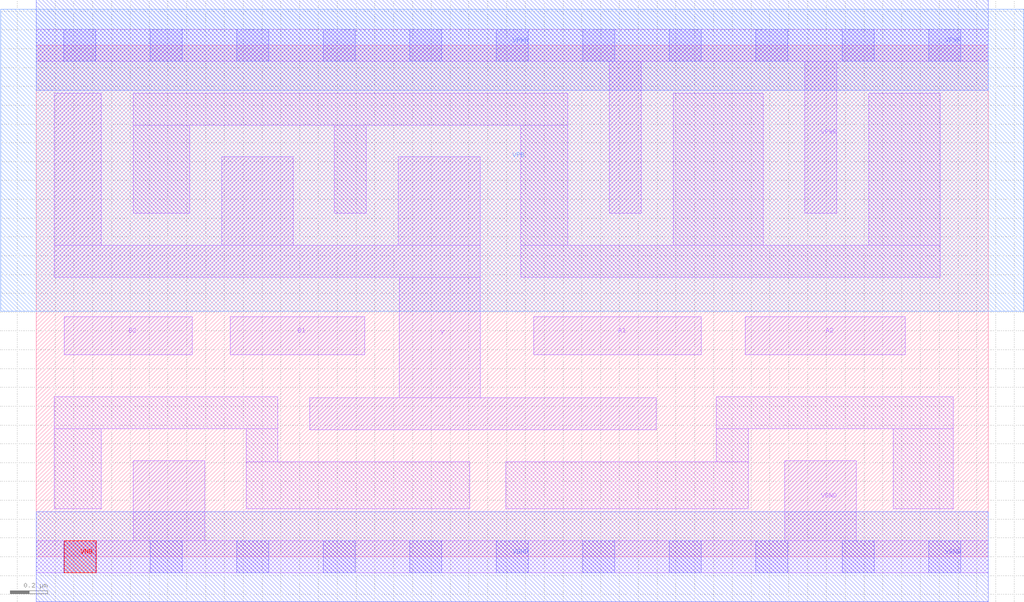
<source format=lef>
# Copyright 2020 The SkyWater PDK Authors
#
# Licensed under the Apache License, Version 2.0 (the "License");
# you may not use this file except in compliance with the License.
# You may obtain a copy of the License at
#
#     https://www.apache.org/licenses/LICENSE-2.0
#
# Unless required by applicable law or agreed to in writing, software
# distributed under the License is distributed on an "AS IS" BASIS,
# WITHOUT WARRANTIES OR CONDITIONS OF ANY KIND, either express or implied.
# See the License for the specific language governing permissions and
# limitations under the License.
#
# SPDX-License-Identifier: Apache-2.0

VERSION 5.7 ;
  NOWIREEXTENSIONATPIN ON ;
  DIVIDERCHAR "/" ;
  BUSBITCHARS "[]" ;
PROPERTYDEFINITIONS
  MACRO maskLayoutSubType STRING ;
  MACRO prCellType STRING ;
  MACRO originalViewName STRING ;
END PROPERTYDEFINITIONS
MACRO sky130_fd_sc_hdll__a22oi_2
  CLASS CORE ;
  FOREIGN sky130_fd_sc_hdll__a22oi_2 ;
  ORIGIN  0.000000  0.000000 ;
  SIZE  5.060000 BY  2.720000 ;
  SYMMETRY X Y R90 ;
  SITE unithd ;
  PIN A1
    ANTENNAGATEAREA  0.555000 ;
    DIRECTION INPUT ;
    USE SIGNAL ;
    PORT
      LAYER li1 ;
        RECT 2.645000 1.075000 3.535000 1.275000 ;
    END
  END A1
  PIN A2
    ANTENNAGATEAREA  0.555000 ;
    DIRECTION INPUT ;
    USE SIGNAL ;
    PORT
      LAYER li1 ;
        RECT 3.770000 1.075000 4.620000 1.275000 ;
    END
  END A2
  PIN B1
    ANTENNAGATEAREA  0.555000 ;
    DIRECTION INPUT ;
    USE SIGNAL ;
    PORT
      LAYER li1 ;
        RECT 1.030000 1.075000 1.745000 1.275000 ;
    END
  END B1
  PIN B2
    ANTENNAGATEAREA  0.555000 ;
    DIRECTION INPUT ;
    USE SIGNAL ;
    PORT
      LAYER li1 ;
        RECT 0.150000 1.075000 0.830000 1.275000 ;
    END
  END B2
  PIN VNB
    PORT
      LAYER pwell ;
        RECT 0.150000 -0.085000 0.320000 0.085000 ;
    END
  END VNB
  PIN VPB
    PORT
      LAYER nwell ;
        RECT -0.190000 1.305000 5.250000 2.910000 ;
    END
  END VPB
  PIN Y
    ANTENNADIFFAREA  1.278500 ;
    DIRECTION OUTPUT ;
    USE SIGNAL ;
    PORT
      LAYER li1 ;
        RECT 0.095000 1.485000 2.360000 1.655000 ;
        RECT 0.095000 1.655000 0.345000 2.465000 ;
        RECT 0.985000 1.655000 1.365000 2.125000 ;
        RECT 1.455000 0.675000 3.295000 0.845000 ;
        RECT 1.925000 1.655000 2.360000 2.125000 ;
        RECT 1.930000 0.845000 2.360000 1.485000 ;
    END
  END Y
  PIN VGND
    DIRECTION INOUT ;
    USE GROUND ;
    PORT
      LAYER li1 ;
        RECT 0.000000 -0.085000 5.060000 0.085000 ;
        RECT 0.515000  0.085000 0.895000 0.510000 ;
        RECT 3.980000  0.085000 4.360000 0.510000 ;
      LAYER mcon ;
        RECT 0.145000 -0.085000 0.315000 0.085000 ;
        RECT 0.605000 -0.085000 0.775000 0.085000 ;
        RECT 1.065000 -0.085000 1.235000 0.085000 ;
        RECT 1.525000 -0.085000 1.695000 0.085000 ;
        RECT 1.985000 -0.085000 2.155000 0.085000 ;
        RECT 2.445000 -0.085000 2.615000 0.085000 ;
        RECT 2.905000 -0.085000 3.075000 0.085000 ;
        RECT 3.365000 -0.085000 3.535000 0.085000 ;
        RECT 3.825000 -0.085000 3.995000 0.085000 ;
        RECT 4.285000 -0.085000 4.455000 0.085000 ;
        RECT 4.745000 -0.085000 4.915000 0.085000 ;
    END
    PORT
      LAYER met1 ;
        RECT 0.000000 -0.240000 5.060000 0.240000 ;
    END
  END VGND
  PIN VPWR
    DIRECTION INOUT ;
    USE POWER ;
    PORT
      LAYER li1 ;
        RECT 0.000000 2.635000 5.060000 2.805000 ;
        RECT 3.045000 1.825000 3.215000 2.635000 ;
        RECT 4.085000 1.825000 4.255000 2.635000 ;
      LAYER mcon ;
        RECT 0.145000 2.635000 0.315000 2.805000 ;
        RECT 0.605000 2.635000 0.775000 2.805000 ;
        RECT 1.065000 2.635000 1.235000 2.805000 ;
        RECT 1.525000 2.635000 1.695000 2.805000 ;
        RECT 1.985000 2.635000 2.155000 2.805000 ;
        RECT 2.445000 2.635000 2.615000 2.805000 ;
        RECT 2.905000 2.635000 3.075000 2.805000 ;
        RECT 3.365000 2.635000 3.535000 2.805000 ;
        RECT 3.825000 2.635000 3.995000 2.805000 ;
        RECT 4.285000 2.635000 4.455000 2.805000 ;
        RECT 4.745000 2.635000 4.915000 2.805000 ;
    END
    PORT
      LAYER met1 ;
        RECT 0.000000 2.480000 5.060000 2.960000 ;
    END
  END VPWR
  OBS
    LAYER li1 ;
      RECT 0.095000 0.255000 0.345000 0.680000 ;
      RECT 0.095000 0.680000 1.285000 0.850000 ;
      RECT 0.515000 1.825000 0.815000 2.295000 ;
      RECT 0.515000 2.295000 2.825000 2.465000 ;
      RECT 1.115000 0.255000 2.305000 0.505000 ;
      RECT 1.115000 0.505000 1.285000 0.680000 ;
      RECT 1.585000 1.825000 1.755000 2.295000 ;
      RECT 2.495000 0.255000 3.785000 0.505000 ;
      RECT 2.575000 1.485000 4.805000 1.655000 ;
      RECT 2.575000 1.655000 2.825000 2.295000 ;
      RECT 3.385000 1.655000 3.865000 2.465000 ;
      RECT 3.615000 0.505000 3.785000 0.680000 ;
      RECT 3.615000 0.680000 4.875000 0.850000 ;
      RECT 4.425000 1.655000 4.805000 2.465000 ;
      RECT 4.555000 0.255000 4.875000 0.680000 ;
  END
  PROPERTY maskLayoutSubType "abstract" ;
  PROPERTY prCellType "standard" ;
  PROPERTY originalViewName "layout" ;
END sky130_fd_sc_hdll__a22oi_2
END LIBRARY

</source>
